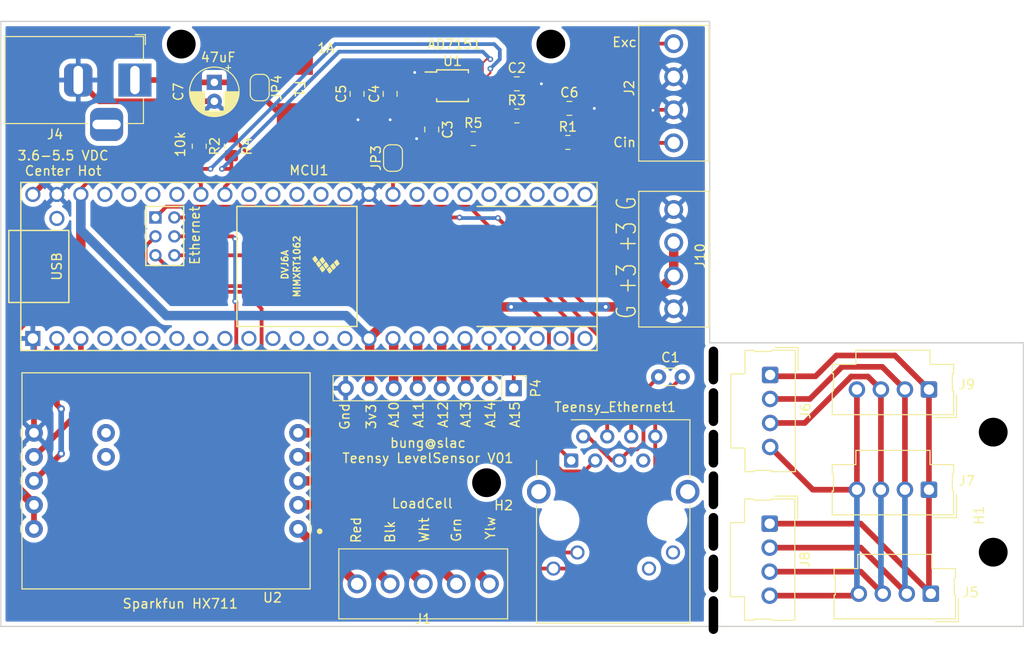
<source format=kicad_pcb>
(kicad_pcb (version 20211014) (generator pcbnew)

  (general
    (thickness 1.6)
  )

  (paper "A4")
  (title_block
    (date "mar. 31 mars 2015")
  )

  (layers
    (0 "F.Cu" signal)
    (31 "B.Cu" signal)
    (32 "B.Adhes" user "B.Adhesive")
    (33 "F.Adhes" user "F.Adhesive")
    (34 "B.Paste" user)
    (35 "F.Paste" user)
    (36 "B.SilkS" user "B.Silkscreen")
    (37 "F.SilkS" user "F.Silkscreen")
    (38 "B.Mask" user)
    (39 "F.Mask" user)
    (40 "Dwgs.User" user "User.Drawings")
    (41 "Cmts.User" user "User.Comments")
    (42 "Eco1.User" user "User.Eco1")
    (43 "Eco2.User" user "User.Eco2")
    (44 "Edge.Cuts" user)
    (45 "Margin" user)
    (46 "B.CrtYd" user "B.Courtyard")
    (47 "F.CrtYd" user "F.Courtyard")
    (48 "B.Fab" user)
    (49 "F.Fab" user)
  )

  (setup
    (stackup
      (layer "F.SilkS" (type "Top Silk Screen"))
      (layer "F.Paste" (type "Top Solder Paste"))
      (layer "F.Mask" (type "Top Solder Mask") (color "Green") (thickness 0.01))
      (layer "F.Cu" (type "copper") (thickness 0.035))
      (layer "dielectric 1" (type "core") (thickness 1.51) (material "FR4") (epsilon_r 4.5) (loss_tangent 0.02))
      (layer "B.Cu" (type "copper") (thickness 0.035))
      (layer "B.Mask" (type "Bottom Solder Mask") (color "Green") (thickness 0.01))
      (layer "B.Paste" (type "Bottom Solder Paste"))
      (layer "B.SilkS" (type "Bottom Silk Screen"))
      (copper_finish "None")
      (dielectric_constraints no)
    )
    (pad_to_mask_clearance 0)
    (aux_axis_origin 103.378 121.666)
    (pcbplotparams
      (layerselection 0x00010f0_ffffffff)
      (disableapertmacros false)
      (usegerberextensions true)
      (usegerberattributes true)
      (usegerberadvancedattributes true)
      (creategerberjobfile true)
      (svguseinch false)
      (svgprecision 6)
      (excludeedgelayer true)
      (plotframeref false)
      (viasonmask false)
      (mode 1)
      (useauxorigin false)
      (hpglpennumber 1)
      (hpglpenspeed 20)
      (hpglpendiameter 15.000000)
      (dxfpolygonmode true)
      (dxfimperialunits true)
      (dxfusepcbnewfont true)
      (psnegative false)
      (psa4output false)
      (plotreference true)
      (plotvalue true)
      (plotinvisibletext false)
      (sketchpadsonfab false)
      (subtractmaskfromsilk false)
      (outputformat 1)
      (mirror false)
      (drillshape 0)
      (scaleselection 1)
      (outputdirectory "../../Documents/Xe Level Sensor/official-level-sensor-gerbers")
    )
  )

  (net 0 "")
  (net 1 "GND")
  (net 2 "/A10")
  (net 3 "/A11")
  (net 4 "/A12")
  (net 5 "/A13")
  (net 6 "/A14")
  (net 7 "/A15")
  (net 8 "Net-(C1-Pad2)")
  (net 9 "unconnected-(U1-Pad8)")
  (net 10 "unconnected-(U1-Pad5)")
  (net 11 "unconnected-(U1-Pad3)")
  (net 12 "unconnected-(Teensy_Ethernet1-Pad7)")
  (net 13 "unconnected-(Teensy_Ethernet1-Pad12)")
  (net 14 "unconnected-(Teensy_Ethernet1-Pad11)")
  (net 15 "Net-(C7-Pad1)")
  (net 16 "Net-(J1-Pad1)")
  (net 17 "Net-(J1-Pad3)")
  (net 18 "Net-(J1-Pad4)")
  (net 19 "Net-(J1-Pad5)")
  (net 20 "Net-(MCU1-Pad2)")
  (net 21 "Net-(MCU1-Pad3)")
  (net 22 "Net-(MCU1-Pad33)")
  (net 23 "Net-(U1-Pad7)")
  (net 24 "Net-(J1-Pad2)")
  (net 25 "Net-(C3-Pad1)")
  (net 26 "Net-(MCU1-Pad65)")
  (net 27 "Net-(MCU1-Pad63)")
  (net 28 "Net-(MCU1-Pad62)")
  (net 29 "Net-(MCU1-Pad61)")
  (net 30 "Net-(MCU1-Pad60)")
  (net 31 "Net-(MCU1-Pad41)")
  (net 32 "Net-(MCU1-Pad40)")
  (net 33 "Net-(C2-Pad1)")
  (net 34 "Net-(C1-Pad1)")
  (net 35 "unconnected-(U2-Pad11)")
  (net 36 "unconnected-(U2-Pad12)")
  (net 37 "Net-(J5-Pad1)")
  (net 38 "Net-(J5-Pad2)")
  (net 39 "Net-(J5-Pad3)")
  (net 40 "Net-(J5-Pad4)")
  (net 41 "+3.3V")
  (net 42 "unconnected-(MCU1-Pad49)")
  (net 43 "Net-(MCU1-Pad48)")
  (net 44 "unconnected-(MCU1-Pad45)")
  (net 45 "unconnected-(MCU1-Pad44)")
  (net 46 "unconnected-(MCU1-Pad43)")
  (net 47 "unconnected-(MCU1-Pad42)")
  (net 48 "unconnected-(MCU1-Pad39)")
  (net 49 "unconnected-(MCU1-Pad38)")
  (net 50 "unconnected-(MCU1-Pad37)")
  (net 51 "unconnected-(MCU1-Pad36)")
  (net 52 "unconnected-(MCU1-Pad35)")
  (net 53 "Net-(MCU1-Pad4)")
  (net 54 "Net-(MCU1-Pad5)")
  (net 55 "Net-(MCU1-Pad6)")
  (net 56 "Net-(MCU1-Pad7)")
  (net 57 "Net-(MCU1-Pad8)")
  (net 58 "Net-(MCU1-Pad9)")
  (net 59 "Net-(MCU1-Pad10)")
  (net 60 "Net-(MCU1-Pad11)")
  (net 61 "Net-(MCU1-Pad12)")
  (net 62 "Net-(MCU1-Pad13)")
  (net 63 "unconnected-(MCU1-Pad32)")
  (net 64 "unconnected-(MCU1-Pad29)")
  (net 65 "unconnected-(MCU1-Pad28)")
  (net 66 "unconnected-(MCU1-Pad27)")
  (net 67 "unconnected-(MCU1-Pad26)")
  (net 68 "unconnected-(MCU1-Pad25)")
  (net 69 "unconnected-(MCU1-Pad24)")
  (net 70 "unconnected-(MCU1-Pad23)")
  (net 71 "unconnected-(MCU1-Pad22)")
  (net 72 "Net-(MCU1-Pad14)")
  (net 73 "Net-(C6-Pad1)")
  (net 74 "Net-(J2-Pad1)")
  (net 75 "Net-(J2-Pad4)")
  (net 76 "unconnected-(MCU1-Pad31)")
  (net 77 "unconnected-(MCU1-Pad30)")

  (footprint "Connector_Molex:Molex_SL_171971-0004_1x04_P2.54mm_Vertical" (layer "F.Cu") (at 184.8 95 -90))

  (footprint "Connector_Molex:Molex_SL_171971-0004_1x04_P2.54mm_Vertical" (layer "F.Cu") (at 184.75 110.73 -90))

  (footprint "Library:ScrewTerm 4p 3.5mm" (layer "F.Cu") (at 174.6 70.45 90))

  (footprint "Library:break" (layer "F.Cu") (at 178.8 98.4))

  (footprint "Capacitor_SMD:C_0805_2012Metric_Pad1.18x1.45mm_HandSolder" (layer "F.Cu") (at 163.5625 66.8))

  (footprint "Capacitor_THT:CP_Radial_D5.0mm_P2.00mm" (layer "F.Cu") (at 126 64.044888 -90))

  (footprint "Library:ScrewTerm 5p 3.5mm" (layer "F.Cu") (at 148.1 117.1))

  (footprint "Resistor_SMD:R_0805_2012Metric_Pad1.20x1.40mm_HandSolder" (layer "F.Cu") (at 158 67.6))

  (footprint "Library:mechanical 4-40" (layer "F.Cu") (at 154.8 106.4))

  (footprint "Connector_BarrelJack:BarrelJack_Horizontal" (layer "F.Cu") (at 117.6 63.8))

  (footprint "Library:loadcell_mechanical" (layer "F.Cu") (at 208.4 113.75 90))

  (footprint "Resistor_SMD:R_0805_2012Metric_Pad1.20x1.40mm_HandSolder" (layer "F.Cu") (at 127.8 70.8 -90))

  (footprint "Library:mechanical 4-40" (layer "F.Cu") (at 122.5 60))

  (footprint "Capacitor_SMD:C_0805_2012Metric_Pad1.18x1.45mm_HandSolder" (layer "F.Cu") (at 149 69.0375 -90))

  (footprint "Library:break" (layer "F.Cu") (at 178.8 116))

  (footprint "Library:mechanical 4-40" (layer "F.Cu") (at 161.6 60))

  (footprint "Connector_Molex:Molex_SL_171971-0004_1x04_P2.54mm_Vertical" (layer "F.Cu") (at 201.6 96.54 180))

  (footprint "Library:break" (layer "F.Cu") (at 178.8 120.4))

  (footprint "Teensy41:Teensy41" (layer "F.Cu") (at 136.01 83.52))

  (footprint "Library:Fuse" (layer "F.Cu") (at 134.52 64.75 -90))

  (footprint "Jumper:SolderJumper-2_P1.3mm_Bridged2Bar_RoundedPad1.0x1.5mm" (layer "F.Cu") (at 130.8 64.6 -90))

  (footprint "Library:break" (layer "F.Cu") (at 178.8 94))

  (footprint "Resistor_SMD:R_0805_2012Metric_Pad1.20x1.40mm_HandSolder" (layer "F.Cu") (at 124.4 70.8 -90))

  (footprint "Capacitor_THT:C_Disc_D3.0mm_W1.6mm_P2.50mm" (layer "F.Cu") (at 173 95.2))

  (footprint "Library:break" (layer "F.Cu") (at 178.8 107.2))

  (footprint "Library:break" (layer "F.Cu") (at 178.8 102.8))

  (footprint "Connector_Molex:Molex_SL_171971-0004_1x04_P2.54mm_Vertical" (layer "F.Cu") (at 201.8 118.14 180))

  (footprint "Jumper:SolderJumper-2_P1.3mm_Bridged2Bar_RoundedPad1.0x1.5mm" (layer "F.Cu") (at 144.9 72.05 90))

  (footprint "Capacitor_SMD:C_0805_2012Metric_Pad1.18x1.45mm_HandSolder" (layer "F.Cu") (at 158 64.2))

  (footprint "Resistor_SMD:R_0805_2012Metric_Pad1.20x1.40mm_HandSolder" (layer "F.Cu") (at 153.4 70))

  (footprint "Package_SO:MSOP-10_3x3mm_P0.5mm" (layer "F.Cu") (at 151.2 64.4))

  (footprint "SEN-13879:SPARKFUN_SEN-13879" (layer "F.Cu") (at 120.8895 106.205 180))

  (footprint "Connector_Molex:Molex_SL_171971-0004_1x04_P2.54mm_Vertical" (layer "F.Cu") (at 201.6 107.14 180))

  (footprint "Library:break" (layer "F.Cu") (at 178.8 111.6))

  (footprint "Connector_PinHeader_2.54mm:PinHeader_1x08_P2.54mm_Vertical" (layer "F.Cu") (at 157.675 96.4 -90))

  (footprint "Connector_RJ:RJ45_Cetus_J1B1211CCD_Horizontal" (layer "F.Cu") (at 163.755 104.05))

  (footprint "Library:ScrewTerm 4p 3.5mm" (layer "F.Cu") (at 174.6 88 90))

  (footprint "Resistor_SMD:R_0805_2012Metric_Pad1.20x1.40mm_HandSolder" (layer "F.Cu") (at 163.4 70.4))

  (footprint "Capacitor_SMD:C_0805_2012Metric_Pad1.18x1.45mm_HandSolder" (layer "F.Cu") (at 144.6 65.2625 90))

  (footprint "Capacitor_SMD:C_0805_2012Metric_Pad1.18x1.45mm_HandSolder" (layer "F.Cu") (at 141.1 65.2625 90))

  (gr_line (start 178.4 91.6) (end 178.4 57.6) (layer "Edge.Cuts") (width 0.15) (tstamp 15cf13cb-4ed9-4f85-b883-d323219c391b))
  (gr_line (start 211.6 121.6) (end 211.6 91.6) (layer "Edge.Cuts") (width 0.15) (tstamp 6cc80dd0-bc64-4b99-a1b4-aeed40b00bb8))
  (gr_line (start 211.6 91.6) (end 178.4 91.6) (layer "Edge.Cuts") (width 0.15) (tstamp 7b0e005a-bed0-48f7-8e32-c110c8bb0387))
  (gr_line (start 178.4 57.6) (end 103.4 57.6) (layer "Edge.Cuts") (width 0.15) (tstamp b58dc4d4-ddb0-4736-a6d0-88fb8f344152))
  (gr_line (start 103.4 121.6) (end 211.6 121.6) (layer "Edge.Cuts") (width 0.15) (tstamp b9b6ca51-e854-4458-a875-55221297eed4))
  (gr_line (start 103.4 57.6) (end 103.4 121.6) (layer "Edge.Cuts") (width 0.15) (tstamp d1f0bd21-97e1-40ac-a3c8-5e0e2f2a6c27))
  (gr_text "A15" (at 157.8 99.2 90) (layer "F.SilkS") (tstamp 0cdb008f-0998-4dab-9ed6-bd0d633fc024)
    (effects (font (size 1 1) (thickness 0.15)))
  )
  (gr_text "AD7151" (at 151.4 60) (layer "F.SilkS") (tstamp 0ee23b4f-5177-4b1c-966e-990e030c9d73)
    (effects (font (size 1 1) (thickness 0.15)))
  )
  (gr_text "Cin" (at 169.4 70.4) (layer "F.SilkS") (tstamp 11a661c3-634f-4fa0-a155-e98d471fb1f3)
    (effects (font (size 1 1) (thickness 0.15)))
  )
  (gr_text "Sparkfun HX711\n" (at 122.4 119.2) (layer "F.SilkS") (tstamp 1455e6a4-943a-41c0-a2c2-8ebba87e8a31)
    (effects (font (size 1 1) (thickness 0.15)))
  )
  (gr_text "10k" (at 122.4 70.6 90) (layer "F.SilkS") (tstamp 157c0f32-0be9-40ea-8498-71cdf4a74fa9)
    (effects (font (size 1 1) (thickness 0.15)))
  )
  (gr_text "A10" (at 145 99.2 90) (layer "F.SilkS") (tstamp 25dfcda5-e9a9-4b2a-aeb9-e18cd6542fde)
    (effects (font (size 1 1) (thickness 0.15)))
  )
  (gr_text "A14" (at 155.2 99.2 90) (layer "F.SilkS") (tstamp 39396e20-bfb7-4686-ae4f-872813362047)
    (effects (font (size 1 1) (thickness 0.15)))
  )
  (gr_text "bung@slac\nTeensy LevelSensor V01" (at 148.6 103) (layer "F.SilkS") (tstamp 3de23dbe-0ce1-41de-a887-12f58e7bec25)
    (effects (font (size 1 1) (thickness 0.15)))
  )
  (gr_text "A11" (at 147.6 99.2 90) (layer "F.SilkS") (tstamp 4cd8469b-a630-4159-9327-6ad25907e957)
    (effects (font (size 1 1) (thickness 0.15)))
  )
  (gr_text "3.6-5.5 VDC\nCenter Hot" (at 110 72.6) (layer "F.SilkS") (tstamp 583df8d3-ff9b-49ae-b85a-11a33dec5dd5)
    (effects (font (size 1 1) (thickness 0.15)))
  )
  (gr_text "Exc" (at 169.4 59.8) (layer "F.SilkS") (tstamp 5a3e8755-dd94-418f-b1c8-72bdbcc2154b)
    (effects (font (size 1 1) (thickness 0.15)))
  )
  (gr_text "G +3 +3 G" (at 169.6 82.6 90) (layer "F.SilkS") (tstamp 7cc02874-bd25-46ee-add6-45002b3c82be)
    (effects (font (size 2 1.5) (thickness 0.15)))
  )
  (gr_text "A12" (at 150.2 99.2 90) (layer "F.SilkS") (tstamp 80caffe2-851b-426f-ba0e-6982f63ee778)
    (effects (font (size 1 1) (thickness 0.15)))
  )
  (gr_text "Grn" (at 151.6 111.4 90) (layer "F.SilkS") (tstamp 97e6b3d0-ff0a-443a-b9c1-e158317de02d)
    (effects (font (size 1 1) (thickness 0.15)))
  )
  (gr_text "1A" (at 137.8 60.4) (layer "F.SilkS") (tstamp a9f28d74-923a-494a-b26e-d4902e0a453c)
    (effects (font (size 1 1) (thickness 0.15)))
  )
  (gr_text "Wht" (at 148.2 111.4 90) (layer "F.SilkS") (tstamp bc31aef2-239d-43e1-85f4-7022381a9e29)
    (effects (font (size 1 1) (thickness 0.15)))
  )
  (gr_text "LoadCell" (at 148 108.6) (layer "F.SilkS") (tstamp bdeec72f-e75b-4328-921f-20be17c98a5f)
    (effects (font (size 1 1) (thickness 0.15)))
  )
  (gr_text "A13\n" (at 152.6 99.2 90) (layer "F.SilkS") (tstamp d666b422-7161-439a-8b6d-c89340c3b78a)
    (effects (font (size 1 1) (thickness 0.15)))
  )
  (gr_text "Ylw" (at 155.2 111.2 90) (layer "F.SilkS") (tstamp d93177f4-e7f0-4198-8c7f-923b52f38886)
    (effects (font (size 1 1) (thickness 0.15)))
  )
  (gr_text "47uF" (at 126.4 61.4) (layer "F.SilkS") (tstamp e4119a1f-e0d2-4281-a692-204365205289)
    (effects (font (size 1 1) (thickness 0.15)))
  )
  (gr_text "Blk" (at 144.6 111.6 90) (layer "F.SilkS") (tstamp e6c4d9f6-04a6-443a-a696-64327da5bb5a)
    (effects (font (size 1 1) (thickness 0.15)))
  )
  (gr_text "Red" (at 141 111.4 90) (layer "F.SilkS") (tstamp f8a16883-c39a-482b-b01b-35e2c2cfcf45)
    (effects (font (size 1 1) (thickness 0.15)))
  )
  (gr_text "Gnd" (at 139.8 99.4 90) (layer "F.SilkS") (tstamp f8da8bdc-9bdf-4774-bf89-e99c4a2cedf1)
    (effects (font (size 1 1) (thickness 0.15)))
  )
  (gr_text "3v3" (at 142.6 99.4 90) (layer "F.SilkS") (tstamp fc47070d-b606-49e0-9d46-65fa6a9d398e)
    (effects (font (size 1 1) (thickness 0.15)))
  )

  (segment (start 149 70.075) (end 147.475 70.075) (width 0.4) (layer "F.Cu") (net 1) (tstamp 13f51ee4-48bc-41ca-88c0-ab695a8b12f2))
  (segment (start 147.6 63.4) (end 147.2 63) (width 0.2) (layer "F.Cu") (net 1) (tstamp 19e1cc1d-ee0c-4638-b2d1-fcf1e7705c30))
  (segment (start 123.6 66.044888) (end 126 66.044888) (width 0.6) (layer "F.Cu") (net 1) (tstamp 26552f37-5f0f-4e6d-83e1-7e27eeae11c2))
  (segment (start 106.9195 101.125) (end 106.9195 91.2595) (width 0.6) (layer "F.Cu") (net 1) (tstamp 45e0fdc0-64d3-43ec-a5c6-2937c0050d74))
  (segment (start 147.475 70.075) (end 147.4 70) (width 0.4) (layer "F.Cu") (net 1) (tstamp 47e2f84f-4e60-4df3-8f0b-f9b11e3c6642))
  (segment (start 113.85 66.05) (end 123.594888 66.05) (width 0.6) (layer "F.Cu") (net 1) (tstamp 4ca57d04-8746-4543-bf79-2858c743ea6f))
  (segment (start 149 63.4) (end 147.6 63.4) (width 0.2) (layer "F.Cu") (net 1) (tstamp 4d22c96d-a7f5-4f27-b424-2b64f9347a57))
  (segment (start 166.35 66.95) (end 174.6 66.95) (width 0.4) (layer "F.Cu") (net 1) (tstamp 678fc737-43d4-44c6-989d-1b3d01e8e67a))
  (segment (start 144.6 68) (end 144.6 66.3) (width 0.4) (layer "F.Cu") (net 1) (tstamp 86c22676-9ad7-4415-9899-267490f2c719))
  (segment (start 123.594888 66.05) (end 123.6 66.044888) (width 0.6) (layer "F.Cu") (net 1) (tstamp ca2ed310-7be1-43cd-b362-6dbcde9f5372))
  (segment (start 141.2 68) (end 141.2 66.4) (width 0.4) (layer "F.Cu") (net 1) (tstamp d49acaa1-ef6f-48ca-bedb-156528657961))
  (segment (start 164.6 66.8) (end 166.2 66.8) (width 0.4) (layer "F.Cu") (net 1) (tstamp d6bb1672-e6de-43e5-aa45-a8b53e45cc31))
  (segment (start 106.9195 91.2595) (end 106.8 91.14) (width 0.6) (layer "F.Cu") (net 1) (tstamp d72ca340-80c7-4741-9272-788b9e076bce))
  (segment (start 159.0375 64.2) (end 160.6 64.2) (width 0.4) (layer "F.Cu") (net 1) (tstamp e293a64e-a61d-499e-ad30-f5b80b1238c0))
  (segment (start 141.2 66.4) (end 141.1 66.3) (width 0.4) (layer "F.Cu") (net 1) (tstamp e3e265ff-91dc-4c8f-a5c1-c153330da111))
  (segment (start 111.6 63.8) (end 113.85 66.05) (width 0.6) (layer "F.Cu") (net 1) (tstamp e6241621-1423-4a4b-aedd-6046bc936068))
  (segment (start 166.2 66.8) (end 166.35 66.95) (width 0.4) (layer "F.Cu") (net 1) (tstamp eeb68322-2ac1-4253-bcc9-4a9091b15178))
  (via (at 160.6 64.2) (size 0.6) (drill 0.3) (layers "F.Cu" "B.Cu") (free) (net 1) (tstamp 128e0e12-9d42-4d01-a4b4-4ee507844341))
  (via (at 144.6 68) (size 0.6) (drill 0.3) (layers "F.Cu" "B.Cu") (free) (net 1) (tstamp 259f35ca-8bdd-45c2-a224-b6a5120f8819))
  (via (at 172.4 67) (size 0.6) (drill 0.3) (layers "F.Cu" "B.Cu") (free) (net 1) (tstamp 4517c810-8e56-4188-b6ac-776099534f26))
  (via (at 147.2 63) (size 0.6) (drill 0.3) (layers "F.Cu" "B.Cu") (free) (net 1) (tstamp 69247abc-4165-4b16-aed4-a9eb9ad1332c))
  (via (at 141.2 68) (size 0.6) (drill 0.3) (layers "F.Cu" "B.Cu") (free) (net 1) (tstamp 837332eb-d4d9-4f11-b06f-7753004c6e51))
  (via (at 147.4 70) (size 0.6) (drill 0.3) (layers "F.Cu" "B.Cu") (free) (net 1) (tstamp 9ee224cc-4238-4ec0-8ef6-7c6fa3c12e22))
  (via (at 166.2 66.8) (size 0.6) (drill 0.3) (layers "F.Cu" "B.Cu") (free) (net 1) (tstamp e8939a17-a790-468a-ba35-135ca952bfe4))
  (segment (start 144.975 91.215) (end 144.9 91.14) (width 1) (layer "F.Cu") (net 2) (tstamp 5e50a046-4190-441b-bae3-50495f0a9f08))
  (segment (start 144.975 96.4) (end 144.975 91.215) (width 1) (layer "F.Cu") (net 2) (tstamp 74b89bb5-5b1f-44a5-923d-8ab8a067b4b9))
  (segment (start 147.515 91.215) (end 147.44 91.14) (width 1) (layer "F.Cu") (net 3) (tstamp 1dc299c8-26d7-4c97-ac91-ddd0bf1623dc))
  (segment (start 147.515 96.4) (end 147.515 91.215) (width 1) (layer "F.Cu") (net 3) (tstamp 9857a78d-654d-4885-b9c1-8ff22bfc62cd))
  (segment (start 150.055 96.4) (end 150.055 91.215) (width 1) (layer "F.Cu") (net 4) (tstamp 02b0d4dc-6c69-4821-8825-959bbdc0d3b7))
  (segment (start 150.055 91.215) (end 149.98 91.14) (width 1) (layer "F.Cu") (net 4) (tstamp 253a0949-4bea-4670-8f6c-4ba17cfb4f5e))
  (segment (start 152.595 91.215) (end 152.52 91.14) (width 1) (layer "F.Cu") (net 5) (tstamp 407c153f-827f-4c05-a03a-8c887da468c2))
  (segment (start 152.595 96.4) (end 152.595 91.215) (width 1) (layer "F.Cu") (net 5) (tstamp f23c8ec2-de0e-40d4-a427-3b1c10b22df0))
  (segment (start 155.135 91.215) (end 155.06 91.14) (width 0.4) (layer "F.Cu") (net 6) (tstamp 8bb91a4a-4091-489a-ad29-75f56a08569b))
  (segment (start 155.135 96.4) (end 155.135 91.215) (width 0.4) (layer "F.Cu") (net 6) (tstamp b59ed983-619c-4b88-982f-52044fb4ff05))
  (segment (start 157.675 96.4) (end 157.675 91.215) (width 0.4) (layer "F.Cu") (net 7) (tstamp 1a62eea5-62e8-47b1-94c5-2f82470ae0f0))
  (segment (start 157.675 91.215) (end 157.6 91.14) (width 0.4) (layer "F.Cu") (net 7) (tstamp 44e1e444-a793-40d7-81b1-608cb9498450))
  (segment (start 140.727233 99) (end 132 99) (width 0.4) (layer "F.Cu") (net 8) (tstamp 1fbbc74e-47f8-4f40-a670-cb99aa779d9b))
  (segment (start 128.32 95.32) (end 128.32 87.32) (width 0.4) (layer "F.Cu") (net 8) (tstamp 2d68f1e7-c3cf-4634-80c0-15cff990504f))
  (segment (start 172.645 101.51) (end 172.645 108.045) (width 0.4) (layer "F.Cu") (net 8) (tstamp 30a7db3f-b58f-4caa-b3a0-e1b83024b232))
  (segment (start 161.875 115.48) (end 157.207233 115.48) (width 0.4) (layer "F.Cu") (net 8) (tstamp 48394c97-d2f1-48f3-ac2e-6be6fcfb105b))
  (segment (start 128.2 80.6) (end 127.9384 80.3384) (width 0.4) (layer "F.Cu") (net 8) (tstamp 60899af2-f6bc-4465-a69c-a427d404b87f))
  (segment (start 132 99) (end 128.32 95.32) (width 0.4) (layer "F.Cu") (net 8) (tstamp 6f368e79-4846-490e-bbf0-51c16efb4412))
  (segment (start 165.21 115.48) (end 161.875 115.48) (width 0.4) (layer "F.Cu") (net 8) (tstamp 7fc9371a-b605-4104-a067-94d19bdf50ad))
  (segment (start 157.207233 115.48) (end 140.727233 99) (width 0.4) (layer "F.Cu") (net 8) (tstamp a45a64f4-dac4-4f39-8320-323762c41ec0))
  (segment (start 128.32 87.32) (end 128.2 87.2) (width 0.4) (layer "F.Cu") (net 8) (tstamp a78409e6-d13c-4d69-ac81-080b631689fd))
  (segment (start 172.645 108.045) (end 165.21 115.48) (width 0.4) (layer "F.Cu") (net 8) (tstamp b40527c2-0e6b-4fcc-9aa1-a94c3a8fb059))
  (segment (start 127.9384 80.3384) (end 121.77 80.3384) (width 0.4) (layer "F.Cu") (net 8) (tstamp d0aebe37-bf32-43de-9a19-14fd513f2f74))
  (segment (start 172.645 98.055) (end 175.5 95.2) (width 0.4) (layer "F.Cu") (net 8) (tstamp d74ef63f-6fb5-4491-b445-be2cb28b8c9e))
  (segment (start 172.645 101.51) (end 172.645 98.055) (width 0.4) (layer "F.Cu") (net 8) (tstamp ec78dbc9-bf74-4f79-9bb7-52597e618302))
  (via (at 128.2 80.6) (size 0.6) (drill 0.3) (layers "F.Cu" "B.Cu") (net 8) (tstamp 63a3a413-9889-4162-bfa0-1e2ab4d01787))
  (via (at 128.2 87.2) (size 0.6) (drill 0.3) (layers "F.Cu" "B.Cu") (net 8) (tstamp b7a70368-f6d7-4a1c-8883-91fe73b83a24))
  (segment (start 128.2 87.2) (end 128.2 80.6) (width 0.4) (layer "B.Cu") (net 8) (tstamp 462d4109-0430-4d64-9fbf-d2b81d1650ed))
  (segment (start 117.6 63.8) (end 121 63.8) (width 0.6) (layer "F.Cu") (net 15) (tstamp 14b96b78-42f2-4f6f-afc2-ba4e04fc42fa))
  (segment (start 129.72 64.06) (end 131.46 64.06) (width 0.6) (layer "F.Cu") (net 15) (tstamp 311ee299-a882-4e54-8600-67ba5c480f51))
  (segment (start 129.72 64.06) (end 129.704888 64.044888) (width 0.6) (layer "F.Cu") (net 15) (tstamp 4bb96b09-e5ff-4eb0-acb8-5e25770a9199))
  (segment (start 121.244888 64.044888) (end 126 64.044888) (width 0.6) (layer "F.Cu") (net 15) (tstamp 90190795-9c02-464e-8ae9-000c95b975fa))
  (segment (start 129.704888 64.044888) (end 126 64.044888) (width 0.6) (layer "F.Cu") (net 15) (tstamp cbd656eb-7e83-499f-a51f-94d52087faa6))
  (segment (start 131.46 64.06) (end 134.52 61) (width 0.6) (layer "F.Cu") (net 15) (tstamp d457cd0f-fe1a-4cce-bacc-f8f08fa93c89))
  (segment (start 121 63.8) (end 121.244888 64.044888) (width 0.6) (layer "F.Cu") (net 15) (tstamp ed7df7c1-71bb-4d7a-932d-1b458d969744))
  (segment (start 139.535 115.535) (end 139.1095 115.535) (width 1) (layer "F.Cu") (net 16) (tstamp 91e896eb-6951-48ee-bb5a-efc3d35ac3e3))
  (segment (start 139.535 115.535) (end 141.1 117.1) (width 1) (layer "F.Cu") (net 16) (tstamp bf79296d-9fbd-422d-bee4-cc33e7444276))
  (segment (start 139.1095 115.535) (end 134.8595 111.285) (width 1) (layer "F.Cu") (net 16) (tstamp e645d2a4-5ad3-492d-8b4b-4d9ac04f4163))
  (segment (start 137.205 106.205) (end 134.8595 106.205) (width 1) (layer "F.Cu") (net 17) (tstamp 728ef958-39f2-4704-a3ce-dda04cd1e012))
  (segment (start 148.1 117.1) (end 137.205 106.205) (width 1) (layer "F.Cu") (net 17) (tstamp d635500c-fe81-429b-8506-7cae587f2074))
  (segment (start 138.165 103.665) (end 134.8595 103.665) (width 1) (layer "F.Cu") (net 18) (tstamp 4015cf8b-f979-430e-89fe-16a356e7cb23))
  (segment (start 151.6 117.1) (end 138.165 103.665) (width 1) (layer "F.Cu") (net 18) (tstamp 6b40ce28-2513-4b20-8bcb-407d6067fd0c))
  (segment (start 139.125 101.125) (end 134.8595 101.125) (width 1) (layer "F.Cu") (net 19) (tstamp 6dc19b81-1352-4036-ac7c-c90734d232b6))
  (segment (start 155.1 117.1) (end 139.125 101.125) (width 1) (layer "F.Cu") (net 19) (tstamp f13d749c-ca45-4485-a258-3eedd1b6bc7a))
  (segment (start 109.45 91.25) (end 109.34 91.14) (width 0.6) (layer "F.Cu") (net 20) (tstamp 5cff8568-2de1-43f2-b7b7-e8907660efac))
  (segment (start 109.8 98.6) (end 109.34 98.14) (width 0.6) (layer "F.Cu") (net 20) (tstamp 6b93417a-ebba-4480-b549-596ae2c7dce9))
  (segment (start 109.34 98.14) (end 109.34 91.14) (width 0.6) (layer "F.Cu") (net 20) (tstamp 7f995e4f-08ec-47d6-99bd-89e7911b17dd))
  (segment (start 106.9195 106.205) (end 109.8 103.3245) (width 0.6) (layer "F.Cu") (net 20) (tstamp cb525ec1-51e7-4d0b-8c18-1d0a35f01f84))
  (via (at 109.8 103.3245) (size 0.8) (drill 0.4) (layers "F.Cu" "B.Cu") (net 20) (tstamp 456e6d4d-51a2-4364-9258-dc0082bc9ee4))
  (via (at 109.8 98.6) (size 0.8) (drill 0.4) (layers "F.Cu" "B.Cu") (net 20) (tstamp 7c1933e2-af6a-4e78-ae2b-f7d5e396304b))
  (segment (start 109.8 103.3245) (end 109.8 98.6) (width 0.6) (layer "B.Cu") (net 20) (tstamp 97642747-2f37-4b3d-a191-e33a56a700a4))
  (segment (start 106.9195 103.665) (end 111.88 98.7045) (width 0.6) (layer "F.Cu") (net 21) (tstamp 92cfbe47-161b-4c23-b4b0-0d6ebca89123))
  (segment (start 112.01 91.27) (end 111.88 91.14) (width 0.6) (layer "F.Cu") (net 21) (tstamp b3f229b1-750b-436b-abc6-58f89ba6762a))
  (segment (start 111.88 98.7045) (end 111.88 91.14) (width 0.6) (layer "F.Cu") (net 21) (tstamp edb2beba-cf30-4b16-b469-f8a241339640))
  (segment (start 144.9 75.9) (end 144.9 72.7) (width 0.4) (layer "F.Cu") (net 22) (tstamp 0bda4e63-f4ea-4827-8162-30b91821fd6a))
  (segment (start 152.2 65.65) (end 153.4 66.85) (width 0.2) (layer "F.Cu") (net 23) (tstamp 1040772d-764a-43c6-a9c6-97e74f041cff))
  (segment (start 152.45 64.9) (end 152.2 65.15) (width 0.2) (layer "F.Cu") (net 23) (tstamp 18f090aa-8c71-45de-a580-214900a37dc8))
  (segment (start 153.4 66.85) (end 153.4 70.577817) (width 0.2) (layer "F.Cu") (net 23) (tstamp 7384a721-a81e-41c1-8dcd-0686bdad36f2))
  (segment (start 153.4 64.9) (end 152.45 64.9) (width 0.2) (layer "F.Cu") (net 23) (tstamp 94baed76-cb16-497a-a261-7957bc605c3c))
  (segment (start 152.577817 71.4) (end 144.9 71.4) (width 0.4) (layer "F.Cu") (net 23) (tstamp 9b03c233-f975-4a04-9ae6-95a4a8134741))
  (segment (start 153.4 70.577817) (end 152.577817 71.4) (width 0.2) (layer "F.Cu") (net 23) (tstamp dd945396-9242-414b-8f90-f944c3ed5622))
  (segment (start 152.2 65.15) (end 152.2 65.65) (width 0.2) (layer "F.Cu") (net 23) (tstamp ff7adfe2-93b8-47f2-b0f0-650063ad7e30))
  (segment (start 136.245 108.745) (end 134.8595 108.745) (width 1) (layer "F.Cu") (net 24) (tstamp 40bccdfd-0191-4ec0-a7b7-f16c2bfbeaca))
  (segment (start 144.6 117.1) (end 136.245 108.745) (width 1) (layer "F.Cu") (net 24) (tstamp cb3292a5-d461-4f70-bfb3-638d046157fb))
  (segment (start 150 67) (end 152.4 69.4) (width 0.4) (layer "F.Cu") (net 25) (tstamp 0f25e080-7f22-46e2-bdaf-1a71d2bfc379))
  (segment (start 152.4 69.4) (end 152.4 70) (width 0.4) (layer "F.Cu") (net 25) (tstamp 1a1d5f10-4044-4d17-8e36-9b0b31861a7c))
  (segment (start 150 67) (end 149 68) (width 0.4) (layer "F.Cu") (net 25) (tstamp 24c5abc3-6fe7-454c-952d-d1728399cdb8))
  (segment (start 149 64.9) (end 149.95 64.9) (width 0.2) (layer "F.Cu") (net 25) (tstamp 4713e433-1850-40e5-81fc-17212eb79009))
  (segment (start 150 64.95) (end 150 67) (width 0.2) (layer "F.Cu") (net 25) (tstamp 486fc3db-bfcf-4172-9dcb-4bd186acb5f0))
  (segment (start 149.95 64.9) (end 150 64.95) (width 0.2) (layer "F.Cu") (net 25) (tstamp 997c1a30-31ff-40eb-9dac-437b68007395))
  (segment (start 121.77 78.3384) (end 151.9384 78.3384) (width 0.4) (layer "F.Cu") (net 26) (tstamp 6999a3a5-0635-4a0e-bb47-2298c426a997))
  (segment (start 156 78.4) (end 170.105 92.505) (width 0.4) (layer "F.Cu") (net 26) (tstamp 6ed12533-db7f-4fa2-b941-d95f01a34d80))
  (segment (start 170.105 92.505) (end 170.105 101.51) (width 0.4) (layer "F.Cu") (net 26) (tstamp 75949447-4795-4d07-a084-8b0119a1a7d6))
  (via (at 156 78.4) (size 0.6) (drill 0.3) (layers "F.Cu" "B.Cu") (net 26) (tstamp 4de8ec5e-b2ea-4248-8994-1ee3d465b067))
  (via (at 151.9384 78.3384) (size 0.6) (drill 0.3) (layers "F.Cu" "B.Cu") (net 26) (tstamp f3ba524e-4f69-4990-9678-fdf7a87769ae))
  (segment (start 151.9384 78.3384) (end 152 78.4) (width 0.4) (layer "B.Cu") (net 26) (tstamp 0d0adad6-2472-40f7-9e87-d8c218b9b6bd))
  (segment (start 152 78.4) (end 156 78.4) (width 0.4) (layer "B.Cu") (net 26) (tstamp 7f824218-cd73-47f2-8976-dcb96442b3b4))
  (segment (start 163.88 89.596424) (end 156.621976 82.3384) (width 0.4) (layer "F.Cu") (net 27) (tstamp 62d8c6e0-db45-40b3-92cc-a4d3319e9ce2))
  (segment (start 163.755 104.05) (end 162.6 102.895) (width 0.4) (layer "F.Cu") (net 27) (tstamp 71aefa37-ea75-472c-b78d-7652a77a1b82))
  (segment (start 162.6 102.895) (end 162.6 94) (width 0.4) (layer "F.Cu") (net 27) (tstamp b1e5f1da-fbb6-4546-8754-c767bcee65d7))
  (segment (start 156.621976 82.3384) (end 121.77 82.3384) (width 0.4) (layer "F.Cu") (net 27) (tstamp be804680-bba0-4d04-9965-627f9bc9d777))
  (segment (start 163.88 92.72) (end 163.88 89.596424) (width 0.4) (layer "F.Cu") (net 27) (tstamp cc637014-5893-405f-8ba2-69236b25e728))
  (segment (start 162.6 94) (end 163.88 92.72) (width 0.4) (layer "F.Cu") (net 27) (tstamp ff267889-a979-416c-9ae2-710197b1f8bb))
  (segment (start 162.8 105.2) (end 161.4 103.8) (width 0.4) (layer "F.Cu") (net 28) (tstamp 068299aa-d225-424e-80b2-698573e0a0cc))
  (segment (start 165.145 105.2) (end 162.8 105.2) (width 0.4) (layer "F.Cu") (net 28) (tstamp 118245ec-6348-450a-bcdf-2e1153c5c9d6))
  (segment (start 123.0316 85.6) (end 119.77 82.3384) (width 0.4) (layer "F.Cu") (net 28) (tstamp 163a7191-aec2-46de-9c85-56c757166ac2))
  (segment (start 161.4 89.8) (end 157.2 85.6) (width 0.4) (layer "F.Cu") (net 28) (tstamp 2766c4db-0157-4a4d-8702-6313f238b881))
  (segment (start 161.4 103.8) (end 161.4 89.8) (width 0.4) (layer "F.Cu") (net 28) (tstamp 774197e9-884a-41e1-84d2-57121fb7dd4a))
  (segment (start 157.2 85.6) (end 123.0316 85.6) (width 0.4) (layer "F.Cu") (net 28) (tstamp ac60d5ea-d159-42a3-bd95-4cb05ea6fdc1))
  (segment (start 166.295 104.05) (end 165.145 105.2) (width 0.4) (layer "F.Cu") (net 28) (tstamp db778461-667f-4817-90a8-1056f8c6358f))
  (segment (start 135.2 98.4) (end 131 94.2) (width 0.4) (layer "F.Cu") (net 29) (tstamp 3082f99b-7be2-497c-b945-de2773cc3757))
  (segment (start 157.98 113.78) (end 142.6 98.4) (width 0.4) (layer "F.Cu") (net 29) (tstamp 3d390157-8ae9-48e1-87d1-f4bee702bad4))
  (segment (start 121.8 86.2) (end 118.72 83.12) (width 0.4) (layer "F.Cu") (net 29) (tstamp 59bcce7e-f08e-4fb0-bb98-7685ced49d3f))
  (segment (start 118.72 81.3884) (end 119.77 80.3384) (width 0.4) (layer "F.Cu") (net 29) (tstamp 7f82c803-f16b-4fe1-8801-513f5d5d6a97))
  (segment (start 164.415 113.78) (end 157.98 113.78) (width 0.4) (layer "F.Cu") (net 29) (tstamp 9a4cd0dd-f4a7-425f-b1e5-138c08b73000))
  (segment (start 131 94.2) (end 131 88) (width 0.4) (layer "F.Cu") (net 29) (tstamp 9c6722fc-f1c9-4994-b991-c1f08fc91a56))
  (segment (start 142.6 98.4) (end 135.2 98.4) (width 0.4) (layer "F.Cu") (net 29) (tstamp 9e9c1587-6da4-4091-89ac-ae5c0a57d696))
  (segment (start 131 88) (end 129.2 86.2) (width 0.4) (layer "F.Cu") (net 29) (tstamp bbbab4dd-5dc3-4022-acf4-d55536d92d20))
  (segment (start 129.2 86.2) (end 121.8 86.2) (width 0.4) (layer "F.Cu") (net 29) (tstamp c68c8c15-4c92-42e8-a10b-1589ce60a97b))
  (segment (start 118.72 83.12) (end 118.72 81.3884) (width 0.4) (layer "F.Cu") (net 29) (tstamp d4d1f9c8-eae0-40ce-9d2d-1ee6ab6264ef))
  (segment (start 167.565 101.51) (end 167.565 91.787943) (width 0.4) (layer "F.Cu") (net 30) (tstamp 0e65f16c-0dd8-4314-8d45-9de95e3d8682))
  (segment (start 152.977057 77.2) (end 120.9084 77.2) (width 0.4) (layer "F.Cu") (net 30) (tstamp 34870d96-a97d-4756-a509-a73c42032a32))
  (segment (start 120.9084 77.2) (end 119.77 78.3384) (width 0.4) (layer "F.Cu") (net 30) (tstamp 4f3881b4-e79f-403d-9a66-a83c92446291))
  (segment (start 167.565 91.787943) (end 152.977057 77.2) (width 0.4) (layer "F.Cu") (net 30) (tstamp fb24454a-c17d-450a-870e-7db9cbfe653b))
  (segment (start 124.58 75.9) (end 124.58 74.78) (width 0.4) (layer "F.Cu") (net 31) (tstamp 12ec45ff-ec94-4205-ab6f-9b1f6757af27))
  (segment (start 124.4 73.2) (end 124.4 71.8) (width 0.4) (layer "F.Cu") (net 31) (tstamp 22d73619-ccf0-4079-973a-acb0587b33f8))
  (segment (start 124.58 74.78) (end 124.4 74.6) (width 0.4) (layer "F.Cu") (net 31) (tstamp 5584016d-8e83-4f06-b0dc-b33392c202af))
  (segment (start 155.2 63.05) (end 155.2 62.6) (width 0.2) (layer "F.Cu") (net 31) (tstamp 6b9f4087-f793-4b90-84d5-00a1f7300664))
  (segment (start 125.6 73.2) (end 124.4 73.2) (width 0.4) (layer "F.Cu") (net 31) (tstamp 9a4b459a-e5b2-4c48-96e2-a8fbacc1c484))
  (segment (start 124.4 74.6) (end 124.4 73.2) (width 0.4) (layer "F.Cu") (net 31) (tstamp b73ad7da-1f8d-48e5-b673-4df216a98ef4))
  (segment (start 154.35 63.9) (end 155.2 63.05) (width 0.2) (layer "F.Cu") (net 31) (tstamp b93c51ca-8b55-473d-91c5-b3328355fc82))
  (segment (start 153.4 63.9) (end 154.35 63.9) (width 0.2) (layer "F.Cu") (net 31) (tstamp c334ada1-f314-49b8-b894-cb6f8485f4e3))
  (via (at 125.6 73.2) (size 0.6) (drill 0.3) (layers "F.Cu" "B.Cu") (free) (net 31) (tstamp 6b1b5239-94f0-4813-9b5a-094ac9141dc1))
  (via (at 155.2 62.6) (size 0.6) (drill 0.3) (layers "F.Cu" "B.Cu") (net 31) (tstamp ff722d49-a6fb-401d-92f9-9a045cf0ec77))
  (segment (start 156.2 61.6) (end 155.2 62.6) (width 0.4) (layer "B.Cu") (net 31) (tstamp 85b3dc39-9942-46f7-a9b8-19605705e93c))
  (segment (start 125.6 73.2) (end 138.8 60) (width 0.4) (layer "B.Cu") (net 31) (tstamp 939bf1da-e8c8-4c73-ae4d-d828ba563ba1))
  (segment (start 138.8 60) (end 155.6 60) (width 0.4) (layer "B.Cu") (net 31) (tstamp 9d46e3b0-94cf-40cd-830f-fbf7cf18f99d))
  (segment (start 155.6 60) (end 156.2 60.6) (width 0.4) (layer "B.Cu") (net 31) (tstamp e4eed4dd-3c09-4604-b61c-0d8ee9f1348c))
  (segment (start 156.2 60.6) (end 156.2 61.6) (width 0.4) (layer "B.Cu") (net 31) (tstamp e998599d-37eb-459d-be35-0fa7b539c8e8))
  (segment (start 127.8 74.4) (end 127.8 73.2) (width 0.4) (layer "F.Cu") (net 32) (tstamp 2232ceba-c8eb-479f-b551-359ec0d40ff0))
  (segment (start 154 63.4) (end 154.4 63) (width 0.2) (layer "F.Cu") (net 32) (tstamp 48d50d39-f4f6-4d70-aa12-a5b7eb34a857))
  (segment (start 154.8 61.6) (end 155.2 61.6) (width 0.2) (layer "F.Cu") (net 32) (tstamp 63f95e3e-815f-4bfc-87c7-9e0853bafe56))
  (segment (start 153.4 63.4) (end 154 63.4) (width 0.2) (layer "F.Cu") (net 32) (tstamp 956b4bdd-56ce-4824-885b-69e46a48c342))
  (segment (start 127.12 75.9) (end 127.12 75.08) (width 0.4) (layer "F.Cu") (net 32) (tstamp a53261ba-2e9e-45fa-b1d4-82b7f4c5c25d))
  (segment (start 127.8 73.2) (end 126.8 73.2) (width 0.4) (layer "F.Cu") (net 32) (tstamp a953b777-9a49-4537-ac41-fd587cb3066f))
  (segment (start 127.8 73.2) (end 127.8 71.8) (width 0.4) (layer "F.Cu") (net 32) (tstamp ad670bd5-3b51-4af0-9496-924f096a250e))
  (segment (start 154.4 63) (end 154.4 62) (width 0.2) (layer "F.Cu") (net 32) (tstamp b484d57d-2a2f-4bad-b15d-61b372132b61))
  (segment (start 154.4 62) (end 154.8 61.6) (width 0.2) (layer "F.Cu") (net 32) (tstamp ead90c32-bb5d-4eb8-81a1-dcb384559d47))
  (segment (start 127.12 75.08) (end 127.8 74.4) (width 0.4) (layer "F.Cu") (net 32) (tstamp f11e925b-7d60-48b1-81fb-6b89608a26ed))
  (via (at 155.2 61.6) (size 0.6) (drill 0.3) (layers "F.Cu" "B.Cu") (net 32) (tstamp 3db0b548-4d75-4c9d-9edb-6fba04869a27))
  (via (at 126.8 73.2) (size 0.6) (drill 0.3) (layers "F.Cu" "B.Cu") (net 32) (tstamp eeb4cba0-fe8f-424b-9379-ef852c06637d))
  (segment (start 126.8 73.2) (end 139.2 60.8) (width 0.4) (layer "B.Cu") (net 32) (tstamp 8f9b8402-75dc-4efc-85f6-5e537a5cc900))
  (segment (start 139.2 60.8) (end 154.4 60.8) (width 0.4) (layer "B.Cu") (net 32) (tstamp b0b9d68f-6550-40b1-9a8d-33afe1f17568))
  (segment (start 154.4 60.8) (end 155.2 61.6) (width 0.4) (layer "B.Cu") (net 32) (tstamp be3fd62a-bd46-496c-94fe-e247ce40b113))
  (segment (start 157 66.6) (end 157 67.6) (width 0.2) (layer "F.Cu") (net 33) (tstamp 2ce3c740-ae6b-40f2-bc7e-e57e68f78cba))
  (segment (start 155.7625 65.4) (end 156.9625 64.2) (width 0.2) (layer "F.Cu") (net 33) (tstamp a61d5360-d67e-4281-95f1-f65137db6175))
  (segment (start 155.8 65.4) (end 157 66.6) (width 0.2) (layer "F.Cu") (net 33) (tstamp d4d40095-976b-4e83-8213-ee908d71eea0))
  (segment (start 153.4 65.4) (end 155.8 65.4) (width 0.2) (layer "F.Cu") (net 33) (tstamp e4ed1b45-60f0-4a54-8266-f152004108bb))
  (segment (start 153.4 65.4) (end 155.7625 65.4) (width 0.2) (layer "F.Cu") (net 33) (tstamp fb70dafd-fe8f-4fcf-b4e4-3bac81e07d2f))
  (segment (start 171.4 96.8) (end 173 95.2) (width 0.4) (layer "F.Cu") (net 34) (tstamp 1753e2f5-8842-41e8-a5a9-b44e63c6ea31))
  (segment (start 170.022133 102.862867) (end 170.737133 102.862867) (width 0.4) (layer "F.Cu") (net 34) (tstamp 42d14237-f5d0-4624-904c-c9a1ce627af7))
  (segment (start 168.835 104.05) (end 168.05 104.05) (width 0.4) (layer "F.Cu") (net 34) (tstamp 5ae86e46-4add-49c2-88a5-4742b2f5a135))
  (segment (start 165.51 101.51) (end 165.025 101.51) (width 0.4) (layer "F.Cu") (net 34) (tstamp 748fbd1a-d254-4d51-843c-8502d86605e0))
  (segment (start 171.4 102.2) (end 171.4 96.8) (width 0.4) (layer "F.Cu") (net 34) (tstamp b975739f-dba7-417b-a8a8-4af36368c651))
  (segment (start 168.835 104.05) (end 170.022133 102.862867) (width 0.4) (layer "F.Cu") (net 34) (tstamp bae1e4a8-3309-46d0-b62d-9c8a7d98640d))
  (segment (start 170.737133 102.862867) (end 171.4 102.2) (width 0.4) (layer "F.Cu") (net 34) (tstamp dc74dac6-1778-4b6b-8a7e-550f5b0dc770))
  (segment (start 168.05 104.05) (end 165.51 101.51) (width 0.4) (layer "F.Cu") (net 34) (tstamp f829dde5-c8c2-4745-8d04-3ca7dbb2513d))
  (segment (start 189.6 95.14) (end 184.94 95.14) (width 0.6) (layer "F.Cu") (net 37) (tstamp 181f012d-6a81-463b-864d-06f417ed500e))
  (segment (start 201.6 117.94) (end 201.6 107.14) (width 0.6) (layer "F.Cu") (net 37) (tstamp 5e05cb7b-8671-4504-a0df-a96d5cf12314))
  (segment (start 201.8 118.14) (end 201.6 117.94) (width 0.6) (layer "F.Cu") (net 37) (tstamp 6d241018-b6ba-4561-acca-996af5c53ef3))
  (segment (start 201.6 96.54) (end 198 92.94) (width 0.6) (layer "F.Cu") (net 37) (tstamp 72d30304-69b7-40a6-91c4-e7e283610bd5))
  (segment (start 201.6 107.14) (end 201.6 96.54) (width 0.6) (layer "F.Cu") (net 37) (tstamp 7dd422c9-4a42-4d86-8f4c-a360174382c6))
  (segment (start 184.75 110.73) (end 194.39 110.73) (width 0.6) (layer "F.Cu") (net 37) (tstamp 7e4f52b8-9bbb-4ba0-8f8c-b4b3360f5551))
  (segment (start 191.8 92.94) (end 189.6 95.14) (width 0.6) (layer "F.Cu") (net 37) (tstamp b3334777-509b-44fe-acec-3039a3a7f029))
  (segment (start 198 92.94) (end 191.8 92.94) (width 0.6) (layer "F.Cu") (net 37) (tstamp d0e45901-7536-4f8b-ba0f-f62a374cb1ba))
  (segment (start 194.39 110.73) (end 201.8 118.14) (width 0.6) (layer "F.Cu") (net 37) (tstamp dc0fe4c7-4aa5-495a-a36a-a4de4fd8cc6b))
  (segment (start 184.94 95.14) (end 184.8 95) (width 0.6) (layer "F.Cu") (net 37) (tstamp e9e0c40b-3e88-4596-b974-294e012237c7))
  (segment (start 199.06 107.14) (end 199.06 96.54) (width 0.6) (layer "F.Cu") (net 38) (tstamp 1042b2cf-bd47-4def-ae94-f8f5a811ef78))
  (segment (start 192.4 94.14) (end 189 97.54) (width 0.6) (layer "F.Cu") (net 38) (tstamp 465e2472-047a-4f50-829e-a3dbb7d2c6d1))
  (segment (start 199.06 96.54) (end 196.66 94.14) (width 0.6) (layer "F.Cu") (net 38) (tstamp 671f39ec-6de3-415f-bbe1-8f281504ca87))
  (segment (start 189 97.54) (end 184.8 97.54) (width 0.6) (layer "F.Cu") (net 38) (tstamp 683da04b-3418-485b-b306-1cf561f006ae))
  (segment (start 196.66 94.14) (end 192.4 94.14) (width 0.6) (layer "F.Cu") (net 38) (tstamp bb2750e2-4d97-4611-8c9a-c5630deb4454))
  (segment (start 184.75 113.27) (end 194.39 113.27) (width 0.6) (layer "F.Cu") (net 38) (tstamp dc24c212-ec0a-4b1b-b85a-5e395953b3ec))
  (segment (start 194.39 113.27) (end 199.26 118.14) (width 0.6) (layer "F.Cu") (net 38) (tstamp fb691b77-872d-4118-8815-acd1f399e102))
  (segment (start 199.06 107.14) (end 199.06 117.94) (width 0.6) (layer "B.Cu") (net 38) (tstamp 44e09e30-e4fd-4be7-a037-3ad2da2b7ebc))
  (segment (start 199.06 117.94) (end 199.26 118.14) (width 0.6) (layer "B.Cu") (net 38) (tstamp d1cb3e6d-6b4e-410a-99a4-b395e7b113ba))
  (segment (start 195.15 95.17) (end 193.37 95.17) (width 0.6) (layer "F.Cu") (net 39) (tstamp 3d3ab336-9730-47c3-99f9-d4ae8b5278b3))
  (segment (start 193.37 95.17) (end 188.46 100.08) (width 0.6) (layer "F.Cu") (net 39) (tstamp 5768dc6d-2721-40bb-a652-d5ec51e6ab9e))
  (segment (start 196.52 96.54) (end 195.15 95.17) (width 0.6) (layer "F.Cu") (net 39) (tstamp 6c65af92-1a24-47d0-8116-14f5bc9b2b8a))
  (segment (start 188.46 100.08) (end 184.8 100.08) (width 0.6) (layer "F.Cu") (net 39) (tstamp 8016f59c-7b48-4766-85ef-5e275eaf71b7))
  (segment (start 194.39 115.81) (end 196.72 118.14) (width 0.6) (layer "F.Cu") (net 39) (tstamp 942dba69-01c3-4317-9bc9-2e47a6bd5c5b))
  (segment (start 184.75 115.81) (end 194.39 115.81) (width 0.6) (layer "F.Cu") (net 39) (tstamp 9f6c647b-f8d6-4a3d-9a84-faf31b6e5202))
  (segment (start 196.52 107.14) (end 196.52 96.54) (width 0.6) (layer "F.Cu") (net 39) (tstamp c492571a-b50c-46e4-b21c-28cb6a531b67))
  (segment (start 196.52 117.94) (end 196.72 118.14) (width 0.6) (layer "B.Cu") (net 39) (tstamp 9b65527b-fd96-4150-bfcc-07920ea3c89a))
  (segment (start 196.52 107.14) (end 196.52 117.94) (width 0.6) (layer "B.Cu") (net 39) (tstamp c5c1b8cf-f6d1-4785-ab78-3a405e8a79e2))
  (segment (start 193.98 107.14) (end 193.98 96.54) (width 0.6) (layer "F.Cu") (net 40) (tstamp 02d499ce-28fa-418d-a6e9-459a5306ef36))
  (segment (start 193.97 118.35) (end 194.18 118.14) (width 0.6) (layer "F.Cu") (net 40) (tstamp 5aa01769-5b2a-4996-b070-a68a1410bffb))
  (segment (start 189.32 107.14) (end 184.8 102.62) (width 0.6) (layer "F.Cu") (net 40) (tstamp 6c79a2d0-97ce-4f45-b6ac-dff8c418b9e2))
  (segment (start 184.75 118.35) (end 193.97 118.35) (width 0.6) (layer "F.Cu") (net 40) (tstamp a0d426f3-102d-4d85-bc83-2d69dd8bd821))
  (segment (start 193.98 107.14) (end 189.32 107.14) (width 0.6) (layer "F.Cu") (net 40) (tstamp d5945b5a-1d57-4d37-bd71-2636f91539ee))
  (segment (start 193.98 117.94) (end 194.18 118.14) (width 0.6) (layer "B.Cu") (net 40) (tstamp 55f6949b-961f-4dbd-acb8-22ac7dbc1da0))
  (segment (start 193.98 107.14) (end 193.98 117.94) (width 0.6) (layer "B.Cu") (net 40) (tstamp a8f4e664-dca9-4e86-aaa7-2874ac34cd73))
  (segment (start 111.88 83.316424) (end 111.88 75.9) (width 1) (layer "F.Cu") (net 41) (tstamp 072cdd07-8c8f-4432-af6d-78d7c6fee9f4))
  (segment (start 117.6 73.8) (end 121.6 69.8) (width 0.4) (layer "F.Cu") (net 41) (tstamp 0bf7eed2-c3aa-4f2e-9fae-0aac8080a1f9))
  (segment (start 137.2 71.2) (end 137 71.4) (width 0.4) (layer "F.Cu") (net 41) (tstamp 1a7e5e6a-660b-4535-8da9-7be8a7e431bc))
  (segment (start 145.7 87.8) (end 157.4 87.8) (width 1) (layer "F.Cu") (net 41) (tstamp 1e8ddfa7-87e8-413e-acaa-94617dcee706))
  (segment (start 105 90.196424) (end 105 106.8255) (width 1) (layer "F.Cu") (net 41) (tstamp 2316ae14-cbae-485a-b5e9-4df89c7c5a1d))
  (segment (start 111.88 75.32) (end 113.4 73.8) (width 0.4) (layer "F.Cu") (net 41) (tstamp 25154a6b-9b5b-4105-b23e-b4371f31e572))
  (segment (start 146.375 64.225) (end 146.775 64.225) (width 0.4) (layer "F.Cu") (net 41) (tstamp 33cd39ce-2133-49bb-9178-eb2d1bc57331))
  (segment (start 127.8 69.8) (end 124.4 69.8) (width 0.4) (layer "F.Cu") (net 41) (tstamp 343bf232-1008-4a6a-9224-48a5f5e1ce18))
  (segment (start 147.1 63.9) (end 146.775 64.225) (width 0.4) (layer "F.Cu") (net 41) (tstamp 40d745df-f40b-4ca3-a2e2-18031a34c0ae))
  (segment (start 113.4 73.8) (end 117.6 73.8) (width 0.4) (layer "F.Cu") (net 41) (tstamp 49f0d96e-b76f-44ed-93e9-162ce0d8c6f8))
  (segment (start 171.3 87.8) (end 174.6 84.5) (width 1) (layer "F.Cu") (net 41) (tstamp 585cbebe-c0ce-4c74-b470-986bd6664d8d))
  (segment (start 106.9195 111.285) (end 106.9195 108.745) (width 0.6) (layer "F.Cu") (net 41) (tstamp 59bfe6fc-d1db-4ac0-9d6b-e51f04b9b555))
  (segment (start 142.435 91.215) (end 142.36 91.14) (width 1) (layer "F.Cu") (net 41) (tstamp 700693e0-80df-46f4-b8a8-e47a2aaf2944))
  (segment (start 137.2 68.125) (end 137.2 71.2) (width 0.4) (layer "F.Cu") (net 41) (tstamp 7dfbb49e-7ac9-48e8-8b7b-4558319f3943))
  (segment (start 142.435 96.4) (end 142.435 91.215) (width 1) (layer "F.Cu") (net 41) (tstamp 83715178-28af-4fc3-9f38-5af2ddc024eb))
  (segment (start 105 106.8255) (end 106.9195 108.745) (width 1) (layer "F.Cu") (net 41) (tstamp 98922e79-8b47-4cb7-81db-93b34994906d))
  (segment (start 144.6 64.225) (end 146.375 64.225) (width 0.4) (layer "F.Cu") (net 41) (tstamp a69055d2-4c16-4f85-814e-47ddbe0c5ab8))
  (segment (start 141.1 64.225) (e
... [360115 chars truncated]
</source>
